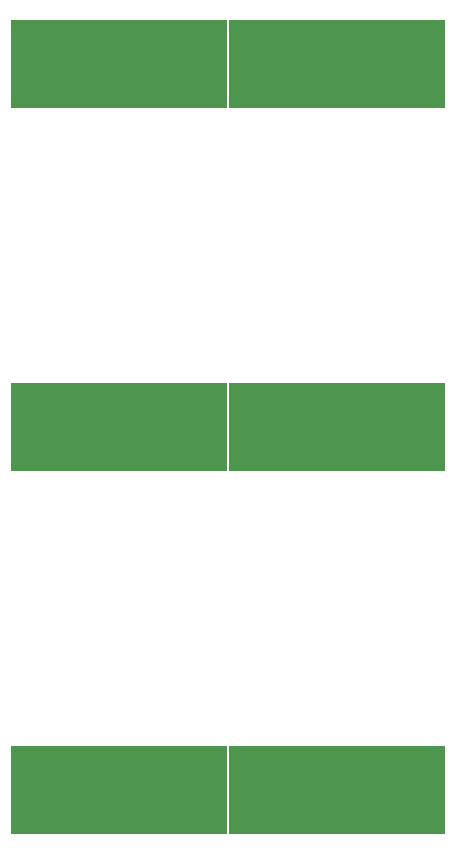
<source format=gbs>
G75*
G70*
%OFA0B0*%
%FSLAX25Y25*%
%IPPOS*%
%LPD*%
%AMOC8*
5,1,8,0,0,1.08239X$1,22.5*
%
%ADD44R,0.72400X0.29200*%
X0010000Y0010000D02*
G75*
%LPD*%
D44*
X0046200Y0116400D03*
X0010000Y0131000D02*
G75*
%LPD*%
D44*
X0046200Y0237400D03*
X0010000Y0252000D02*
G75*
%LPD*%
D44*
X0046200Y0358400D03*
X0082500Y0010000D02*
G75*
%LPD*%
D44*
X0118700Y0116400D03*
X0082500Y0131000D02*
G75*
%LPD*%
D44*
X0118700Y0237400D03*
X0082500Y0252000D02*
G75*
%LPD*%
D44*
X0118700Y0358400D03*
M02*

</source>
